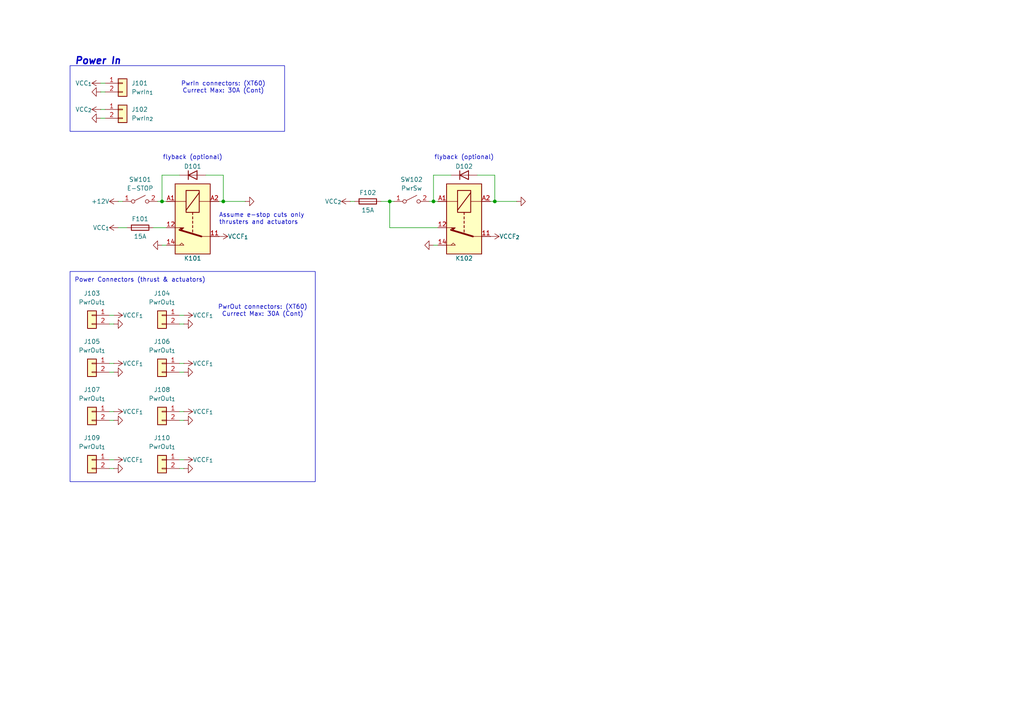
<source format=kicad_sch>
(kicad_sch (version 20231120) (generator "eeschema") (generator_version "8.0")
  (paper "A4")
  (title_block (title "Power Distribution Unit") (date "2024-07-17") (rev "1") (company "Scott CJX") (comment 1 "for NTU-Mecatron"))
  (lib_symbols
    (symbol "Connector_Generic:Conn_01x02" (pin_names (offset 1.016) hide)
      (property "Reference" "J" (at 0 2.54 0))
      (property "Value" "Conn_01x02" (at 0 -5.08 0))
      (symbol "Conn_01x02_1_1"
        (rectangle (start -1.27 -2.413) (end 0 -2.667) (stroke (width 0.1524)))
        (rectangle (start -1.27 0.127) (end 0 -0.127) (stroke (width 0.1524)))
        (rectangle (start -1.27 1.27) (end 1.27 -3.81) (stroke (width 0.254)) (fill (type background)))
        (pin passive line (at -5.08 0 0) (length 3.81) (name "Pin_1") (number "1"))
        (pin passive line (at -5.08 -2.54 0) (length 3.81) (name "Pin_2") (number "2"))
      )
    )
    (symbol "Device:D" (pin_numbers hide) (pin_names (offset 1.016) hide)
      (property "Reference" "D" (at 0 2.54 0))
      (property "Value" "D" (at 0 -2.54 0))
      (symbol "D_0_1"
        (polyline (pts (xy -1.27 1.27) (xy -1.27 -1.27)) (stroke (width 0.254)))
        (polyline (pts (xy 1.27 0) (xy -1.27 0)))
        (polyline (pts (xy 1.27 1.27) (xy 1.27 -1.27) (xy -1.27 0) (xy 1.27 1.27)) (stroke (width 0.254)))
      )
      (symbol "D_1_1"
        (pin passive line (at -3.81 0 0) (length 2.54) (name "K") (number "1"))
        (pin passive line (at 3.81 0 180) (length 2.54) (name "A") (number "2"))
      )
    )
    (symbol "Device:Fuse" (pin_numbers hide) (pin_names (offset 0))
      (property "Reference" "F" (at 2.032 0 90))
      (property "Value" "Fuse" (at -1.905 0 90))
      (symbol "Fuse_0_1"
        (rectangle (start -0.762 -2.54) (end 0.762 2.54) (stroke (width 0.254)))
        (polyline (pts (xy 0 2.54) (xy 0 -2.54)))
      )
      (symbol "Fuse_1_1"
        (pin passive line (at 0 3.81 270) (length 1.27) (name "~") (number "1"))
        (pin passive line (at 0 -3.81 90) (length 1.27) (name "~") (number "2"))
      )
    )
    (symbol "Relay:Relay_SPDT"
      (property "Reference" "K" (at 11.43 3.81 0))
      (property "Value" "Relay_SPDT" (at 11.43 1.27 0))
      (symbol "Relay_SPDT_0_0"
        (polyline (pts (xy 7.62 5.08) (xy 7.62 2.54) (xy 6.985 3.175) (xy 7.62 3.81)))
      )
      (symbol "Relay_SPDT_0_1"
        (rectangle (start -10.16 5.08) (end 10.16 -5.08) (stroke (width 0.254)) (fill (type background)))
        (rectangle (start -8.255 1.905) (end -1.905 -1.905) (stroke (width 0.254)))
        (polyline (pts (xy -7.62 -1.905) (xy -2.54 1.905)) (stroke (width 0.254)))
        (polyline (pts (xy -5.08 -5.08) (xy -5.08 -1.905)))
        (polyline (pts (xy -5.08 5.08) (xy -5.08 1.905)))
        (polyline (pts (xy -1.905 0) (xy -1.27 0)) (stroke (width 0.254)))
        (polyline (pts (xy -0.635 0) (xy 0 0)) (stroke (width 0.254)))
        (polyline (pts (xy 0.635 0) (xy 1.27 0)) (stroke (width 0.254)))
        (polyline (pts (xy 1.905 0) (xy 2.54 0)) (stroke (width 0.254)))
        (polyline (pts (xy 3.175 0) (xy 3.81 0)) (stroke (width 0.254)))
        (polyline (pts (xy 5.08 -2.54) (xy 3.175 3.81)) (stroke (width 0.508)))
        (polyline (pts (xy 5.08 -2.54) (xy 5.08 -5.08)))
        (polyline (pts (xy 2.54 5.08) (xy 2.54 2.54) (xy 3.175 3.175) (xy 2.54 3.81)) (fill (type outline)))
      )
      (symbol "Relay_SPDT_1_1"
        (pin passive line (at 5.08 -7.62 90) (length 2.54) (name "~") (number "11"))
        (pin passive line (at 2.54 7.62 270) (length 2.54) (name "~") (number "12"))
        (pin passive line (at 7.62 7.62 270) (length 2.54) (name "~") (number "14"))
        (pin passive line (at -5.08 7.62 270) (length 2.54) (name "~") (number "A1"))
        (pin passive line (at -5.08 -7.62 90) (length 2.54) (name "~") (number "A2"))
      )
    )
    (symbol "Switch:SW_SPST" (pin_names (offset 0) hide)
      (property "Reference" "SW" (at 0 3.175 0))
      (property "Value" "SW_SPST" (at 0 -2.54 0))
      (symbol "SW_SPST_0_0"
        (circle (center -2.032 0) (radius 0.508))
        (polyline (pts (xy -1.524 0.254) (xy 1.524 1.778)))
        (circle (center 2.032 0) (radius 0.508))
      )
      (symbol "SW_SPST_1_1"
        (pin passive line (at -5.08 0 0) (length 2.54) (name "A") (number "1"))
        (pin passive line (at 5.08 0 180) (length 2.54) (name "B") (number "2"))
      )
    )
    (symbol "power:+12V" (power) (pin_numbers hide) (pin_names (offset 0) hide)
      (property "Value" "+12V" (at 0 3.556 0))
      (symbol "+12V_0_1"
        (polyline (pts (xy -0.762 1.27) (xy 0 2.54)))
        (polyline (pts (xy 0 0) (xy 0 2.54)))
        (polyline (pts (xy 0 2.54) (xy 0.762 1.27)))
      )
      (symbol "+12V_1_1"
        (pin power_in line (at 0 0 90) (length 0) (name "~") (number "1"))
      )
    )
    (symbol "power:GND" (power) (pin_numbers hide) (pin_names (offset 0) hide)
      (property "Value" "GND" (at 0 -3.81 0))
      (symbol "GND_0_1"
        (polyline (pts (xy 0 0) (xy 0 -1.27) (xy 1.27 -1.27) (xy 0 -2.54) (xy -1.27 -1.27) (xy 0 -1.27)))
      )
      (symbol "GND_1_1"
        (pin power_in line (at 0 0 270) (length 0) (name "~") (number "1"))
      )
    )
    (symbol "power:VCC" (power) (pin_numbers hide) (pin_names (offset 0) hide)
      (property "Value" "VCC" (at 0 3.556 0))
      (symbol "VCC_0_1"
        (polyline (pts (xy -0.762 1.27) (xy 0 2.54)))
        (polyline (pts (xy 0 0) (xy 0 2.54)))
        (polyline (pts (xy 0 2.54) (xy 0.762 1.27)))
      )
      (symbol "VCC_1_1"
        (pin power_in line (at 0 0 90) (length 0) (name "~") (number "1"))
      )
    )
  )
  (junction (at 125.73 58.42))
  (junction (at 64.77 58.42))
  (junction (at 46.99 58.42))
  (junction (at 143.51 58.42))
  (junction (at 113.03 58.42))
  (wire (pts (xy 31.75 105.41) (xy 33.02 105.41)))
  (wire (pts (xy 125.73 58.42) (xy 127 58.42)))
  (wire (pts (xy 44.45 66.04) (xy 48.26 66.04)))
  (wire (pts (xy 125.73 50.8) (xy 125.73 58.42)))
  (wire (pts (xy 124.46 58.42) (xy 125.73 58.42)))
  (wire (pts (xy 52.07 107.95) (xy 53.34 107.95)))
  (wire (pts (xy 143.51 58.42) (xy 142.24 58.42)))
  (wire (pts (xy 64.77 58.42) (xy 63.5 58.42)))
  (wire (pts (xy 30.48 26.67) (xy 29.21 26.67)))
  (wire (pts (xy 113.03 66.04) (xy 127 66.04)))
  (wire (pts (xy 52.07 119.38) (xy 53.34 119.38)))
  (wire (pts (xy 113.03 58.42) (xy 110.49 58.42)))
  (wire (pts (xy 52.07 91.44) (xy 53.34 91.44)))
  (wire (pts (xy 113.03 58.42) (xy 113.03 66.04)))
  (wire (pts (xy 31.75 107.95) (xy 33.02 107.95)))
  (wire (pts (xy 52.07 93.98) (xy 53.34 93.98)))
  (wire (pts (xy 31.75 91.44) (xy 33.02 91.44)))
  (wire (pts (xy 101.6 58.42) (xy 102.87 58.42)))
  (wire (pts (xy 31.75 135.89) (xy 33.02 135.89)))
  (wire (pts (xy 113.03 58.42) (xy 114.3 58.42)))
  (wire (pts (xy 30.48 34.29) (xy 29.21 34.29)))
  (wire (pts (xy 30.48 24.13) (xy 29.21 24.13)))
  (wire (pts (xy 52.07 135.89) (xy 53.34 135.89)))
  (wire (pts (xy 59.69 50.8) (xy 64.77 50.8)))
  (wire (pts (xy 34.29 66.04) (xy 36.83 66.04)))
  (wire (pts (xy 125.73 71.12) (xy 127 71.12)))
  (wire (pts (xy 52.07 121.92) (xy 53.34 121.92)))
  (wire (pts (xy 52.07 50.8) (xy 46.99 50.8)))
  (wire (pts (xy 34.29 58.42) (xy 35.56 58.42)))
  (wire (pts (xy 46.99 58.42) (xy 48.26 58.42)))
  (wire (pts (xy 143.51 50.8) (xy 143.51 58.42)))
  (wire (pts (xy 31.75 119.38) (xy 33.02 119.38)))
  (wire (pts (xy 138.43 50.8) (xy 143.51 50.8)))
  (wire (pts (xy 64.77 50.8) (xy 64.77 58.42)))
  (wire (pts (xy 31.75 133.35) (xy 33.02 133.35)))
  (wire (pts (xy 31.75 121.92) (xy 33.02 121.92)))
  (wire (pts (xy 46.99 50.8) (xy 46.99 58.42)))
  (wire (pts (xy 130.81 50.8) (xy 125.73 50.8)))
  (wire (pts (xy 45.72 58.42) (xy 46.99 58.42)))
  (wire (pts (xy 52.07 133.35) (xy 53.34 133.35)))
  (wire (pts (xy 30.48 31.75) (xy 29.21 31.75)))
  (wire (pts (xy 149.86 58.42) (xy 143.51 58.42)))
  (wire (pts (xy 46.99 71.12) (xy 48.26 71.12)))
  (wire (pts (xy 31.75 93.98) (xy 33.02 93.98)))
  (wire (pts (xy 52.07 105.41) (xy 53.34 105.41)))
  (wire (pts (xy 71.12 58.42) (xy 64.77 58.42)))
  (rectangle (start 20.32 78.74) (end 91.44 139.7))
  (rectangle (start 20.32 19.05) (end 82.55 38.1))
  (text "PwrOut connectors: (XT60)\nCurrect Max: 30A (Cont)" (at 76.2 90.17 0) (effects (font (size 1.27 1.27))))
  (text "Assume e-stop cuts only\nthrusters and actuators" (at 63.5 63.5 0) (effects (font (size 1.27 1.27)) (justify left)))
  (text "flyback (optional)" (at 134.62 45.72 0) (effects (font (size 1.27 1.27))))
  (text "flyback (optional)" (at 55.88 45.72 0) (effects (font (size 1.27 1.27))))
  (text "Power Connectors (thrust & actuators)" (at 21.59 81.28 0) (effects (font (size 1.27 1.27)) (justify left)))
  (text "PwrIn connectors: (XT60)\nCurrect Max: 30A (Cont)" (at 64.77 25.4 0) (effects (font (size 1.27 1.27))))
  (text "Power In" (at 21.59 17.78 0) (effects (font (size 2 2) (thickness 0.4) (bold yes) (italic yes)) (justify left)))
  (symbol (lib_id "power:VCC") (at 33.02 105.41 270) (unit 1)
    (property "Reference" "#PWR0113" (effects (hide yes)))
    (property "Value" "VCCF_{1}" (at 35.56 105.41 90) (effects (justify left)))
    (property "Description" "Power symbol creates a global label with name \"VCC\"" (effects (hide yes)))
  )
  (symbol (lib_id "Connector_Generic:Conn_01x02") (at 26.67 133.35 0) (mirror y) (unit 1)
    (property "Reference" "J109" (at 26.67 127 0))
    (property "Value" "PwrOut_{1}" (at 26.67 129.54 0))
    (property "Footprint" "Connector_Molex:Molex_Mini-Fit_Jr_5566-02A_2x01_P4.20mm_Vertical" (effects (hide yes)))
    (property "Description" "Generic connector, single row, 01x02, script generated (kicad-library-utils/schlib/autogen/connector/)" (effects (hide yes)))
  )
  (symbol (lib_id "Connector_Generic:Conn_01x02") (at 35.56 31.75 0) (unit 1)
    (property "Reference" "J102" (at 38.1 31.7499 0) (effects (justify left)))
    (property "Value" "PwrIn_{2}" (at 38.1 34.2899 0) (effects (justify left)))
    (property "Footprint" "Connector_AMASS:AMASS_XT60-F_1x02_P7.20mm_Vertical" (effects (hide yes)))
    (property "Description" "Generic connector, single row, 01x02, script generated (kicad-library-utils/schlib/autogen/connector/)" (effects (hide yes)))
  )
  (symbol (lib_id "Switch:SW_SPST") (at 40.64 58.42 0) (unit 1)
    (property "Reference" "SW101" (at 40.64 52.07 0))
    (property "Value" "E-STOP" (at 40.64 54.61 0))
    (property "Description" "Single Pole Single Throw (SPST) switch" (effects (hide yes)))
  )
  (symbol (lib_id "power:GND") (at 53.34 121.92 90) (mirror x) (unit 1)
    (property "Reference" "#PWR0118" (effects (hide yes)))
    (property "Value" "GND" (effects (hide yes)))
    (property "Description" "Power symbol creates a global label with name \"GND\" , ground" (effects (hide yes)))
  )
  (symbol (lib_id "power:GND") (at 33.02 93.98 90) (mirror x) (unit 1)
    (property "Reference" "#PWR0110" (effects (hide yes)))
    (property "Value" "GND" (effects (hide yes)))
    (property "Description" "Power symbol creates a global label with name \"GND\" , ground" (effects (hide yes)))
  )
  (symbol (lib_id "power:VCC") (at 29.21 24.13 90) (unit 1)
    (property "Reference" "#PWR0105" (effects (hide yes)))
    (property "Value" "VCC_{1}" (at 26.67 24.13 90) (effects (justify left)))
    (property "Description" "Power symbol creates a global label with name \"VCC\"" (effects (hide yes)))
  )
  (symbol (lib_id "Relay:Relay_SPDT") (at 55.88 63.5 90) (mirror x) (unit 1)
    (property "Reference" "K101" (at 55.88 74.93 90))
    (property "Value" "Relay_SPDT" (effects (hide yes)))
    (property "Description" "Monostable Relay SPDT, EN50005" (effects (hide yes)))
  )
  (symbol (lib_id "Device:Fuse") (at 106.68 58.42 90) (unit 1)
    (property "Reference" "F102" (at 106.68 55.88 90))
    (property "Value" "15A" (at 106.68 60.96 90))
    (property "Footprint" "NVF-Kicad:FUSE-MCCQ-122" (effects (hide yes)))
    (property "Description" "Fuse" (effects (hide yes)))
  )
  (symbol (lib_id "Connector_Generic:Conn_01x02") (at 46.99 133.35 0) (mirror y) (unit 1)
    (property "Reference" "J110" (at 46.99 127 0))
    (property "Value" "PwrOut_{1}" (at 46.99 129.54 0))
    (property "Footprint" "Connector_Molex:Molex_Mini-Fit_Jr_5566-02A_2x01_P4.20mm_Vertical" (effects (hide yes)))
    (property "Description" "Generic connector, single row, 01x02, script generated (kicad-library-utils/schlib/autogen/connector/)" (effects (hide yes)))
  )
  (symbol (lib_id "power:VCC") (at 33.02 133.35 270) (unit 1)
    (property "Reference" "#PWR0119" (effects (hide yes)))
    (property "Value" "VCCF_{1}" (at 35.56 133.35 90) (effects (justify left)))
    (property "Description" "Power symbol creates a global label with name \"VCC\"" (effects (hide yes)))
  )
  (symbol (lib_id "power:+12V") (at 34.29 58.42 90) (unit 1)
    (property "Reference" "#PWR0103" (effects (hide yes)))
    (property "Value" "+12V" (at 31.75 58.42 90) (effects (justify left)))
    (property "Description" "Power symbol creates a global label with name \"+12V\"" (effects (hide yes)))
  )
  (symbol (lib_id "power:GND") (at 33.02 121.92 90) (mirror x) (unit 1)
    (property "Reference" "#PWR0117" (effects (hide yes)))
    (property "Value" "GND" (effects (hide yes)))
    (property "Description" "Power symbol creates a global label with name \"GND\" , ground" (effects (hide yes)))
  )
  (symbol (lib_id "Connector_Generic:Conn_01x02") (at 26.67 91.44 0) (mirror y) (unit 1)
    (property "Reference" "J103" (at 26.67 85.09 0))
    (property "Value" "PwrOut_{1}" (at 26.67 87.63 0))
    (property "Footprint" "Connector_Molex:Molex_Mini-Fit_Jr_5566-02A_2x01_P4.20mm_Vertical" (effects (hide yes)))
    (property "Description" "Generic connector, single row, 01x02, script generated (kicad-library-utils/schlib/autogen/connector/)" (effects (hide yes)))
  )
  (symbol (lib_id "power:GND") (at 125.73 71.12 270) (unit 1)
    (property "Reference" "#PWR0129" (effects (hide yes)))
    (property "Value" "GND" (effects (hide yes)))
    (property "Description" "Power symbol creates a global label with name \"GND\" , ground" (effects (hide yes)))
  )
  (symbol (lib_id "power:VCC") (at 101.6 58.42 90) (unit 1)
    (property "Reference" "#PWR0123" (effects (hide yes)))
    (property "Value" "VCC_{2}" (at 99.06 58.42 90) (effects (justify left)))
    (property "Description" "Power symbol creates a global label with name \"VCC\"" (effects (hide yes)))
  )
  (symbol (lib_id "power:GND") (at 33.02 107.95 90) (mirror x) (unit 1)
    (property "Reference" "#PWR0115" (effects (hide yes)))
    (property "Value" "GND" (effects (hide yes)))
    (property "Description" "Power symbol creates a global label with name \"GND\" , ground" (effects (hide yes)))
  )
  (symbol (lib_id "power:GND") (at 53.34 107.95 90) (mirror x) (unit 1)
    (property "Reference" "#PWR0116" (effects (hide yes)))
    (property "Value" "GND" (effects (hide yes)))
    (property "Description" "Power symbol creates a global label with name \"GND\" , ground" (effects (hide yes)))
  )
  (symbol (lib_id "power:VCC") (at 63.5 68.58 270) (unit 1)
    (property "Reference" "#PWR0130" (effects (hide yes)))
    (property "Value" "VCCF_{1}" (at 66.04 68.58 90) (effects (justify left)))
    (property "Description" "Power symbol creates a global label with name \"VCC\"" (effects (hide yes)))
  )
  (symbol (lib_id "Connector_Generic:Conn_01x02") (at 46.99 119.38 0) (mirror y) (unit 1)
    (property "Reference" "J108" (at 46.99 113.03 0))
    (property "Value" "PwrOut_{1}" (at 46.99 115.57 0))
    (property "Footprint" "Connector_Molex:Molex_Mini-Fit_Jr_5566-02A_2x01_P4.20mm_Vertical" (effects (hide yes)))
    (property "Description" "Generic connector, single row, 01x02, script generated (kicad-library-utils/schlib/autogen/connector/)" (effects (hide yes)))
  )
  (symbol (lib_id "Connector_Generic:Conn_01x02") (at 46.99 91.44 0) (mirror y) (unit 1)
    (property "Reference" "J104" (at 46.99 85.09 0))
    (property "Value" "PwrOut_{1}" (at 46.99 87.63 0))
    (property "Footprint" "Connector_Molex:Molex_Mini-Fit_Jr_5566-02A_2x01_P4.20mm_Vertical" (effects (hide yes)))
    (property "Description" "Generic connector, single row, 01x02, script generated (kicad-library-utils/schlib/autogen/connector/)" (effects (hide yes)))
  )
  (symbol (lib_id "power:VCC") (at 29.21 31.75 90) (unit 1)
    (property "Reference" "#PWR0107" (effects (hide yes)))
    (property "Value" "VCC_{2}" (at 26.67 31.75 90) (effects (justify left)))
    (property "Description" "Power symbol creates a global label with name \"VCC\"" (effects (hide yes)))
  )
  (symbol (lib_id "power:GND") (at 53.34 135.89 90) (mirror x) (unit 1)
    (property "Reference" "#PWR0122" (effects (hide yes)))
    (property "Value" "GND" (effects (hide yes)))
    (property "Description" "Power symbol creates a global label with name \"GND\" , ground" (effects (hide yes)))
  )
  (symbol (lib_id "power:VCC") (at 33.02 91.44 270) (unit 1)
    (property "Reference" "#PWR0109" (effects (hide yes)))
    (property "Value" "VCCF_{1}" (at 35.56 91.44 90) (effects (justify left)))
    (property "Description" "Power symbol creates a global label with name \"VCC\"" (effects (hide yes)))
  )
  (symbol (lib_id "power:VCC") (at 34.29 66.04 90) (unit 1)
    (property "Reference" "#PWR0101" (effects (hide yes)))
    (property "Value" "VCC_{1}" (at 31.75 66.04 90) (effects (justify left)))
    (property "Description" "Power symbol creates a global label with name \"VCC\"" (effects (hide yes)))
  )
  (symbol (lib_id "power:GND") (at 53.34 93.98 90) (mirror x) (unit 1)
    (property "Reference" "#PWR0112" (effects (hide yes)))
    (property "Value" "GND" (effects (hide yes)))
    (property "Description" "Power symbol creates a global label with name \"GND\" , ground" (effects (hide yes)))
  )
  (symbol (lib_id "power:GND") (at 29.21 34.29 270) (unit 1)
    (property "Reference" "#PWR0108" (effects (hide yes)))
    (property "Value" "GND" (effects (hide yes)))
    (property "Description" "Power symbol creates a global label with name \"GND\" , ground" (effects (hide yes)))
  )
  (symbol (lib_id "power:GND") (at 149.86 58.42 90) (mirror x) (unit 1)
    (property "Reference" "#PWR0124" (effects (hide yes)))
    (property "Value" "GND" (effects (hide yes)))
    (property "Description" "Power symbol creates a global label with name \"GND\" , ground" (effects (hide yes)))
  )
  (symbol (lib_id "Connector_Generic:Conn_01x02") (at 26.67 119.38 0) (mirror y) (unit 1)
    (property "Reference" "J107" (at 26.67 113.03 0))
    (property "Value" "PwrOut_{1}" (at 26.67 115.57 0))
    (property "Footprint" "Connector_Molex:Molex_Mini-Fit_Jr_5566-02A_2x01_P4.20mm_Vertical" (effects (hide yes)))
    (property "Description" "Generic connector, single row, 01x02, script generated (kicad-library-utils/schlib/autogen/connector/)" (effects (hide yes)))
  )
  (symbol (lib_id "power:GND") (at 46.99 71.12 270) (unit 1)
    (property "Reference" "#PWR0127" (effects (hide yes)))
    (property "Value" "GND" (effects (hide yes)))
    (property "Description" "Power symbol creates a global label with name \"GND\" , ground" (effects (hide yes)))
  )
  (symbol (lib_id "power:VCC") (at 53.34 91.44 270) (unit 1)
    (property "Reference" "#PWR0111" (effects (hide yes)))
    (property "Value" "VCCF_{1}" (at 55.88 91.44 90) (effects (justify left)))
    (property "Description" "Power symbol creates a global label with name \"VCC\"" (effects (hide yes)))
  )
  (symbol (lib_id "Switch:SW_SPST") (at 119.38 58.42 0) (unit 1)
    (property "Reference" "SW102" (at 119.38 52.07 0))
    (property "Value" "PwrSw" (at 119.38 54.61 0))
    (property "Description" "Single Pole Single Throw (SPST) switch" (effects (hide yes)))
  )
  (symbol (lib_id "Device:D") (at 134.62 50.8 0) (unit 1)
    (property "Reference" "D102" (at 134.62 48.26 0))
    (property "Value" "D" (effects (hide yes)))
    (property "Description" "Diode" (effects (hide yes)))
    (property "Sim.Device" "D" (effects (hide yes)))
    (property "Sim.Pins" "1=K 2=A" (effects (hide yes)))
  )
  (symbol (lib_id "power:GND") (at 33.02 135.89 90) (mirror x) (unit 1)
    (property "Reference" "#PWR0121" (effects (hide yes)))
    (property "Value" "GND" (effects (hide yes)))
    (property "Description" "Power symbol creates a global label with name \"GND\" , ground" (effects (hide yes)))
  )
  (symbol (lib_id "Device:Fuse") (at 40.64 66.04 90) (unit 1)
    (property "Reference" "F101" (at 40.64 63.5 90))
    (property "Value" "15A" (at 40.64 68.58 90))
    (property "Footprint" "NVF-Kicad:FUSE-MCCQ-122" (effects (hide yes)))
    (property "Description" "Fuse" (effects (hide yes)))
  )
  (symbol (lib_id "power:GND") (at 29.21 26.67 270) (unit 1)
    (property "Reference" "#PWR0106" (effects (hide yes)))
    (property "Value" "GND" (effects (hide yes)))
    (property "Description" "Power symbol creates a global label with name \"GND\" , ground" (effects (hide yes)))
  )
  (symbol (lib_id "Connector_Generic:Conn_01x02") (at 35.56 24.13 0) (unit 1)
    (property "Reference" "J101" (at 38.1 24.1299 0) (effects (justify left)))
    (property "Value" "PwrIn_{1}" (at 38.1 26.6699 0) (effects (justify left)))
    (property "Footprint" "Connector_AMASS:AMASS_XT60-F_1x02_P7.20mm_Vertical" (effects (hide yes)))
    (property "Description" "Generic connector, single row, 01x02, script generated (kicad-library-utils/schlib/autogen/connector/)" (effects (hide yes)))
  )
  (symbol (lib_id "power:VCC") (at 142.24 68.58 270) (unit 1)
    (property "Reference" "#PWR0128" (effects (hide yes)))
    (property "Value" "VCCF_{2}" (at 144.78 68.58 90) (effects (justify left)))
    (property "Description" "Power symbol creates a global label with name \"VCC\"" (effects (hide yes)))
  )
  (symbol (lib_id "Connector_Generic:Conn_01x02") (at 26.67 105.41 0) (mirror y) (unit 1)
    (property "Reference" "J105" (at 26.67 99.06 0))
    (property "Value" "PwrOut_{1}" (at 26.67 101.6 0))
    (property "Footprint" "Connector_Molex:Molex_Mini-Fit_Jr_5566-02A_2x01_P4.20mm_Vertical" (effects (hide yes)))
    (property "Description" "Generic connector, single row, 01x02, script generated (kicad-library-utils/schlib/autogen/connector/)" (effects (hide yes)))
  )
  (symbol (lib_id "Relay:Relay_SPDT") (at 134.62 63.5 90) (mirror x) (unit 1)
    (property "Reference" "K102" (at 134.62 74.93 90))
    (property "Value" "Relay_SPDT" (effects (hide yes)))
    (property "Description" "Monostable Relay SPDT, EN50005" (effects (hide yes)))
  )
  (symbol (lib_id "Connector_Generic:Conn_01x02") (at 46.99 105.41 0) (mirror y) (unit 1)
    (property "Reference" "J106" (at 46.99 99.06 0))
    (property "Value" "PwrOut_{1}" (at 46.99 101.6 0))
    (property "Footprint" "Connector_Molex:Molex_Mini-Fit_Jr_5566-02A_2x01_P4.20mm_Vertical" (effects (hide yes)))
    (property "Description" "Generic connector, single row, 01x02, script generated (kicad-library-utils/schlib/autogen/connector/)" (effects (hide yes)))
  )
  (symbol (lib_id "power:VCC") (at 53.34 105.41 270) (unit 1)
    (property "Reference" "#PWR0114" (effects (hide yes)))
    (property "Value" "VCCF_{1}" (at 55.88 105.41 90) (effects (justify left)))
    (property "Description" "Power symbol creates a global label with name \"VCC\"" (effects (hide yes)))
  )
  (symbol (lib_id "Device:D") (at 55.88 50.8 0) (unit 1)
    (property "Reference" "D101" (at 55.88 48.26 0))
    (property "Value" "D" (effects (hide yes)))
    (property "Description" "Diode" (effects (hide yes)))
    (property "Sim.Device" "D" (effects (hide yes)))
    (property "Sim.Pins" "1=K 2=A" (effects (hide yes)))
  )
  (symbol (lib_id "power:VCC") (at 33.02 119.38 270) (unit 1)
    (property "Reference" "#PWR0102" (effects (hide yes)))
    (property "Value" "VCCF_{1}" (at 35.56 119.38 90) (effects (justify left)))
    (property "Description" "Power symbol creates a global label with name \"VCC\"" (effects (hide yes)))
  )
  (symbol (lib_id "power:VCC") (at 53.34 133.35 270) (unit 1)
    (property "Reference" "#PWR0120" (effects (hide yes)))
    (property "Value" "VCCF_{1}" (at 55.88 133.35 90) (effects (justify left)))
    (property "Description" "Power symbol creates a global label with name \"VCC\"" (effects (hide yes)))
  )
  (symbol (lib_id "power:GND") (at 71.12 58.42 90) (mirror x) (unit 1)
    (property "Reference" "#PWR0125" (effects (hide yes)))
    (property "Value" "GND" (effects (hide yes)))
    (property "Description" "Power symbol creates a global label with name \"GND\" , ground" (effects (hide yes)))
  )
  (symbol (lib_id "power:VCC") (at 53.34 119.38 270) (unit 1)
    (property "Reference" "#PWR0104" (effects (hide yes)))
    (property "Value" "VCCF_{1}" (at 55.88 119.38 90) (effects (justify left)))
    (property "Description" "Power symbol creates a global label with name \"VCC\"" (effects (hide yes)))
  )
)
</source>
